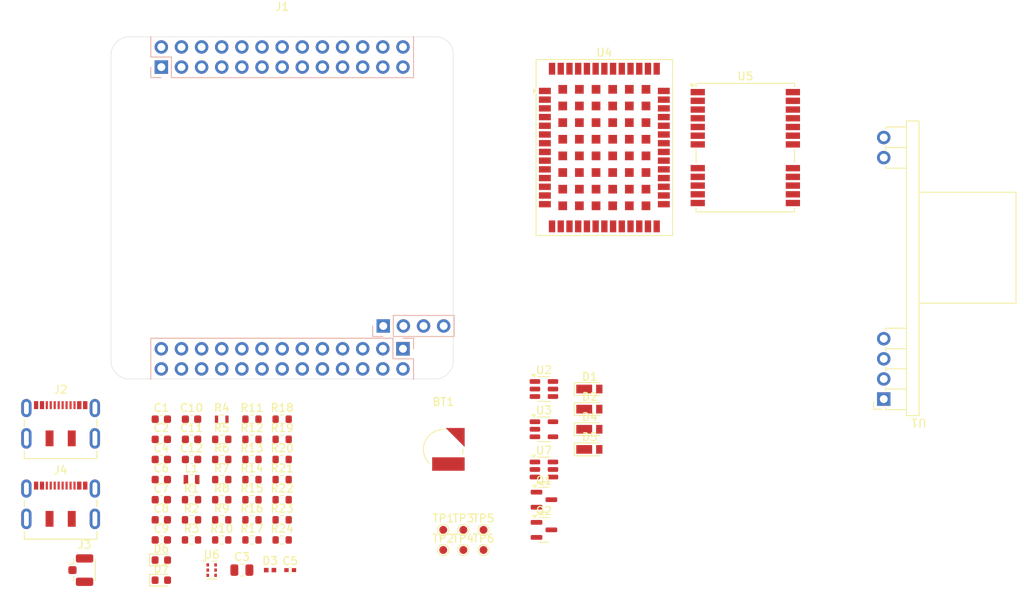
<source format=kicad_pcb>
(kicad_pcb (version 20240108) (generator "pcbnew") (generator_version "8.0")
  (layers (0 "F.Cu" signal) (31 "B.Cu" signal) (34 "B.Paste" user) (35 "F.Paste" user) (36 "B.SilkS" user "B.Silkscreen") (37 "F.SilkS" user "F.Silkscreen") (38 "B.Mask" user) (39 "F.Mask" user) (44 "Edge.Cuts" user))
  (net 0 "")
  (net 1 "+BATT")
  (net 2 "GND")
  (net 3 "/VBUS_F9R")
  (net 4 "Net-(U3-BP)")
  (net 5 "+3.3V")
  (net 6 "VDD")
  (net 7 "Net-(U6-Input)")
  (net 8 "Net-(D3-A2)")
  (net 9 "Net-(C6-Pad1)")
  (net 10 "/VBUS_D9C")
  (net 11 "/V_USB_F9R")
  (net 12 "/V_USB_D9C")
  (net 13 "+5V")
  (net 14 "Net-(D5-K)")
  (net 15 "Net-(D6-A)")
  (net 16 "/RTK")
  (net 17 "Net-(D7-A)")
  (net 22 "/TX_READY_F9R")
  (net 25 "/TP")
  (net 28 "/SCL1")
  (net 29 "Net-(J1C-Pin_56)")
  (net 31 "Net-(J1C-Pin_54)")
  (net 38 "Net-(J1C-Pin_55)")
  (net 41 "/GEO")
  (net 43 "/RXD2_ROCK")
  (net 51 "/SDA1")
  (net 54 "/TXD1_ROCK")
  (net 55 "/TXD0_ROCK")
  (net 59 "Net-(J1C-Pin_53)")
  (net 61 "/RXD1_ROCK")
  (net 62 "/RXD0_ROCK")
  (net 65 "Net-(J2-D--PadA7)")
  (net 66 "Net-(J2-CC2)")
  (net 67 "Net-(J2-D+-PadA6)")
  (net 68 "Net-(J2-CC1)")
  (net 69 "Net-(J4-D--PadA7)")
  (net 70 "Net-(J4-CC2)")
  (net 71 "Net-(J4-D+-PadA6)")
  (net 72 "Net-(J4-CC1)")
  (net 73 "Net-(Q1-G)")
  (net 74 "Net-(Q2-G)")
  (net 75 "+3.3VA")
  (net 76 "/RF_IN_F9R")
  (net 77 "/RF_IN_D9C")
  (net 78 "/D-F9R")
  (net 79 "Net-(U4-USB_DM)")
  (net 80 "/D+F9R")
  (net 81 "Net-(U4-USB_DP)")
  (net 82 "Net-(U4-TXD{slash}SPI_MISO)")
  (net 83 "Net-(U4-TXD2)")
  (net 84 "Net-(U4-SDA{slash}~{SPI_CS})")
  (net 85 "/D-D9C")
  (net 86 "Net-(U5-USB_DM)")
  (net 87 "/D+D9C")
  (net 88 "Net-(U5-USB_DP)")
  (net 89 "Net-(U5-TXD{slash}SPI_MISO)")
  (net 90 "Net-(U4-RXD2)")
  (net 91 "Net-(U5-SDA{slash}~{SPI_CS})")
  (net 92 "Net-(U4-EXTINT)")
  (net 93 "Net-(U4-~{SAFEBOOT})")
  (net 94 "Net-(U4-~{RESET})")
  (net 95 "Net-(U5-EXTINT)")
  (net 96 "Net-(U5-~{SAFEBOOT})")
  (net 97 "Net-(U5-~{RESET})")
  (footprint "Resistor_SMD:R_0603_1608Metric" (layer "F.Cu") (at 150 136.83)
    (property "Reference" "R22" (at 0 -1.43 0) (layer "F.SilkS"))
    (property "Value" "47")
    (pad "1" smd roundrect (at -0.825 0) (size 0.8 0.95) (layers "F.Cu" "F.Paste" "F.Mask") (net 10 "/VBUS_D9C"))
    (pad "2" smd roundrect (at 0.825 0) (size 0.8 0.95) (layers "F.Cu" "F.Paste" "F.Mask") (net 74 "Net-(Q2-G)"))
  )
  (footprint "Capacitor_SMD:C_0603_1608Metric" (layer "F.Cu") (at 134.76 139.37)
    (property "Reference" "C8" (at 0 -1.43 0) (layer "F.SilkS"))
    (property "Value" "2.2u")
    (pad "1" smd roundrect (at -0.775 0) (size 0.9 0.95) (layers "F.Cu" "F.Paste" "F.Mask") (net 1 "+BATT"))
    (pad "2" smd roundrect (at 0.775 0) (size 0.9 0.95) (layers "F.Cu" "F.Paste" "F.Mask") (net 2 "GND"))
  )
  (footprint "RF_GPS:ublox_ZED" (layer "F.Cu") (at 190.64 92.38)
    (property "Reference" "U4" (at 0 -12 0) (layer "F.SilkS"))
    (property "Value" "ZED-F9R")
    (pad "1" smd rect (at -7.5 -7.15) (size 1.5 0.8) (layers "F.Cu" "F.Paste" "F.Mask") (net 2 "GND"))
    (pad "2" smd rect (at -7.5 -6.05) (size 1.5 0.8) (layers "F.Cu" "F.Paste" "F.Mask") (net 76 "/RF_IN_F9R"))
    (pad "3" smd rect (at -7.5 -4.95) (size 1.5 0.8) (layers "F.Cu" "F.Paste" "F.Mask") (net 2 "GND"))
    (pad "4" smd rect (at -7.5 -3.85) (size 1.5 0.8) (layers "F.Cu" "F.Paste" "F.Mask"))
    (pad "5" smd rect (at -7.5 -2.75) (size 1.5 0.8) (layers "F.Cu" "F.Paste" "F.Mask"))
    (pad "6" smd rect (at -7.5 -1.65) (size 1.5 0.8) (layers "F.Cu" "F.Paste" "F.Mask"))
    (pad "7" smd rect (at -7.5 -0.55) (size 1.5 0.8) (layers "F.Cu" "F.Paste" "F.Mask") (net 75 "+3.3VA"))
    (pad "8" smd rect (at -7.5 0.55) (size 1.5 0.8) (layers "F.Cu" "F.Paste" "F.Mask"))
    (pad "9" smd rect (at -7.5 1.65) (size 1.5 0.8) (layers "F.Cu" "F.Paste" "F.Mask"))
    (pad "10" smd rect (at -7.5 2.75) (size 1.5 0.8) (layers "F.Cu" "F.Paste" "F.Mask"))
    (pad "11" smd rect (at -7.5 3.85) (size 1.5 0.8) (layers "F.Cu" "F.Paste" "F.Mask"))
    (pad "12" smd rect (at -7.5 4.95) (size 1.5 0.8) (layers "F.Cu" "F.Paste" "F.Mask") (net 2 "GND"))
    (pad "13" smd rect (at -7.5 6.05) (size 1.5 0.8) (layers "F.Cu" "F.Paste" "F.Mask"))
    (pad "14" smd rect (at -7.5 7.15) (size 1.5 0.8) (layers "F.Cu" "F.Paste" "F.Mask") (net 2 "GND"))
    (pad "15" smd rect (at -6.6 9.95 90) (size 1.5 0.8) (layers "F.Cu" "F.Paste" "F.Mask"))
    (pad "16" smd rect (at -5.5 9.95 90) (size 1.5 0.8) (layers "F.Cu" "F.Paste" "F.Mask"))
    (pad "17" smd rect (at -4.4 9.95 90) (size 1.5 0.8) (layers "F.Cu" "F.Paste" "F.Mask"))
    (pad "18" smd rect (at -3.3 9.95 270) (size 1.5 0.8) (layers "F.Cu" "F.Paste" "F.Mask"))
    (pad "19" smd rect (at -2.2 9.95 90) (size 1.5 0.8) (layers "F.Cu" "F.Paste" "F.Mask") (net 41 "/GEO"))
    (pad "20" smd rect (at -1.1 9.95 90) (size 1.5 0.8) (layers "F.Cu" "F.Paste" "F.Mask") (net 16 "/RTK"))
    (pad "21" smd rect (at 0 9.95 90) (size 1.5 0.8) (layers "F.Cu" "F.Paste" "F.Mask"))
    (pad "22" smd rect (at 1.1 9.95 90) (size 1.5 0.8) (layers "F.Cu" "F.Paste" "F.Mask"))
    (pad "23" smd rect (at 2.2 9.95 90) (size 1.5 0.8) (layers "F.Cu" "F.Paste" "F.Mask"))
    (pad "24" smd rect (at 3.3 9.95 90) (size 1.5 0.8) (layers "F.Cu" "F.Paste" "F.Mask"))
    (pad "25" smd rect (at 4.4 9.95 90) (size 1.5 0.8) (layers "F.Cu" "F.Paste" "F.Mask"))
    (pad "26" smd rect (at 5.5 9.95 90) (size 1.5 0.8) (layers "F.Cu" "F.Paste" "F.Mask") (net 90 "Net-(U4-RXD2)"))
    (pad "27" smd rect (at 6.6 9.95 90) (size 1.5 0.8) (layers "F.Cu" "F.Paste" "F.Mask") (net 83 "Net-(U4-TXD2)"))
    (pad "28" smd rect (at 7.5 7.15) (size 1.5 0.8) (layers "F.Cu" "F.Paste" "F.Mask"))
    (pad "29" smd rect (at 7.5 6.05) (size 1.5 0.8) (layers "F.Cu" "F.Paste" "F.Mask"))
    (pad "30" smd rect (at 7.5 4.95) (size 1.5 0.8) (layers "F.Cu" "F.Paste" "F.Mask"))
    (pad "31" smd rect (at 7.5 3.85) (size 1.5 0.8) (layers "F.Cu" "F.Paste" "F.Mask"))
    (pad "32" smd rect (at 7.5 2.75) (size 1.5 0.8) (layers "F.Cu" "F.Paste" "F.Mask") (net 2 "GND"))
    (pad "33" smd rect (at 7.5 1.65) (size 1.5 0.8) (layers "F.Cu" "F.Paste" "F.Mask") (net 5 "+3.3V"))
    (pad "34" smd rect (at 7.5 0.55) (size 1.5 0.8) (layers "F.Cu" "F.Paste" "F.Mask") (net 5 "+3.3V"))
    (pad "35" smd rect (at 7.5 -0.55) (size 1.5 0.8) (layers "F.Cu" "F.Paste" "F.Mask"))
    (pad "36" smd rect (at 7.5 -1.65) (size 1.5 0.8) (layers "F.Cu" "F.Paste" "F.Mask") (net 1 "+BATT"))
    (pad "37" smd rect (at 7.5 -2.75) (size 1.5 0.8) (layers "F.Cu" "F.Paste" "F.Mask") (net 2 "GND"))
    (pad "38" smd rect (at 7.5 -3.85) (size 1.5 0.8) (layers "F.Cu" "F.Paste" "F.Mask") (net 11 "/V_USB_F9R"))
    (pad "39" smd rect (at 7.5 -4.95) (size 1.5 0.8) (layers "F.Cu" "F.Paste" "F.Mask") (net 79 "Net-(U4-USB_DM)"))
    (pad "40" smd rect (at 7.5 -6.05) (size 1.5 0.8) (layers "F.Cu" "F.Paste" "F.Mask") (net 81 "Net-(U4-USB_DP)"))
    (pad "41" smd rect (at 7.5 -7.15) (size 1.5 0.8) (layers "F.Cu" "F.Paste" "F.Mask") (net 2 "GND"))
    (pad "42" smd rect (at 6.6 -9.95 90) (size 1.5 0.8) (layers "F.Cu" "F.Paste" "F.Mask") (net 82 "Net-(U4-TXD{slash}SPI_MISO)"))
    (pad "43" smd rect (at 5.5 -9.95 90) (size 1.5 0.8) (layers "F.Cu" "F.Paste" "F.Mask") (net 54 "/TXD1_ROCK"))
    (pad "44" smd rect (at 4.4 -9.95 90) (size 1.5 0.8) (layers "F.Cu" "F.Paste" "F.Mask") (net 84 "Net-(U4-SDA{slash}~{SPI_CS})"))
    (pad "45" smd rect (at 3.3 -9.95 90) (size 1.5 0.8) (layers "F.Cu" "F.Paste" "F.Mask") (net 28 "/SCL1"))
    (pad "46" smd rect (at 2.2 -9.95 90) (size 1.5 0.8) (layers "F.Cu" "F.Paste" "F.Mask") (net 22 "/TX_READY_F9R"))
    (pad "47" smd rect (at 1.1 -9.95 90) (size 1.5 0.8) (layers "F.Cu" "F.Paste" "F.Mask"))
    (pad "48" smd rect (at 0 -9.95 90) (size 1.5 0.8) (layers "F.Cu" "F.Paste" "F.Mask") (net 2 "GND"))
    (pad "49" smd rect (at -1.1 -9.95 90) (size 1.5 0.8) (layers "F.Cu" "F.Paste" "F.Mask") (net 94 "Net-(U4-~{RESET})"))
    (pad "50" smd rect (at -2.2 -9.95 90) (size 1.5 0.8) (layers "F.Cu" "F.Paste" "F.Mask") (net 93 "Net-(U4-~{SAFEBOOT})"))
    (pad "51" smd rect (at -3.3 -9.95 90) (size 1.5 0.8) (layers "F.Cu" "F.Paste" "F.Mask") (net 92 "Net-(U4-EXTINT)"))
    (pad "52" smd rect (at -4.4 -9.95 90) (size 1.5 0.8) (layers "F.Cu" "F.Paste" "F.Mask"))
    (pad "53" smd rect (at -5.5 -9.95 90) (size 1.5 0.8) (layers "F.Cu" "F.Paste" "F.Mask") (net 25 "/TP"))
    (pad "54" smd rect (at -6.6 -9.95 90) (size 1.5 0.8) (layers "F.Cu" "F.Paste" "F.Mask"))
    (pad "55" smd rect (at -5.25 -7.35) (size 1.1 1.1) (layers "F.Cu" "F.Paste" "F.Mask") (net 2 "GND"))
    (pad "55" smd rect (at -5.25 -5.25) (size 1.1 1.1) (layers "F.Cu" "F.Paste" "F.Mask") (net 2 "GND"))
    (pad "55" smd rect (at -5.25 -3.15) (size 1.1 1.1) (layers "F.Cu" "F.Paste" "F.Mask") (net 2 "GND"))
    (pad "55" smd rect (at -5.25 -1.05) (size 1.1 1.1) (layers "F.Cu" "F.Paste" "F.Mask") (net 2 "GND"))
    (pad "55" smd rect (at -5.25 1.05) (size 1.1 1.1) (layers "F.Cu" "F.Paste" "F.Mask") (net 2 "GND"))
    (pad "55" smd rect (at -5.25 3.15) (size 1.1 1.1) (layers "F.Cu" "F.Paste" "F.Mask") (net 2 "GND"))
    (pad "55" smd rect (at -5.25 5.25) (size 1.1 1.1) (layers "F.Cu" "F.Paste" "F.Mask") (net 2 "GND"))
    (pad "55" smd rect (at -5.25 7.35) (size 1.1 1.1) (layers "F.Cu" "F.Paste" "F.Mask") (net 2 "GND"))
    (pad "55" smd rect (at -3.15 -7.35) (size 1.1 1.1) (layers "F.Cu" "F.Paste" "F.Mask") (net 2 "GND"))
    (pad "55" smd rect (at -3.15 -5.25) (size 1.1 1.1) (layers "F.Cu" "F.Paste" "F.Mask") (net 2 "GND"))
    (pad "55" smd rect (at -3.15 -3.15) (size 1.1 1.1) (layers "F.Cu" "F.Paste" "F.Mask") (net 2 "GND"))
    (pad "55" smd rect (at -3.15 -1.05) (size 1.1 1.1) (layers "F.Cu" "F.Paste" "F.Mask") (net 2 "GND"))
    (pad "55" smd rect (at -3.15 1.05) (size 1.1 1.1) (layers "F.Cu" "F.Paste" "F.Mask") (net 2 "GND"))
    (pad "55" smd rect (at -3.15 3.15) (size 1.1 1.1) (layers "F.Cu" "F.Paste" "F.Mask") (net 2 "GND"))
    (pad "55" smd rect (at -3.15 5.25) (size 1.1 1.1) (layers "F.Cu" "F.Paste" "F.Mask") (net 2 "GND"))
    (pad "55" smd rect (at -3.15 7.35) (size 1.1 1.1) (layers "F.Cu" "F.Paste" "F.Mask") (net 2 "GND"))
    (pad "55" smd rect (at -1.05 -7.35) (size 1.1 1.1) (layers "F.Cu" "F.Paste" "F.Mask") (net 2 "GND"))
    (pad "55" smd rect (at -1.05 -5.25) (size 1.1 1.1) (layers "F.Cu" "F.Paste" "F.Mask") (net 2 "GND"))
    (pad "55" smd rect (at -1.05 -3.15) (size 1.1 1.1) (layers "F.Cu" "F.Paste" "F.Mask") (net 2 "GND"))
    (pad "55" smd rect (at -1.05 -1.05) (size 1.1 1.1) (layers "F.Cu" "F.Paste" "F.Mask") (net 2 "GND"))
    (pad "55" smd rect (at -1.05 1.05) (size 1.1 1.1) (layers "F.Cu" "F.Paste" "F.Mask") (net 2 "GND"))
    (pad "55" smd rect (at -1.05 3.15) (size 1.1 1.1) (layers "F.Cu" "F.Paste" "F.Mask") (net 2 "GND"))
    (pad "55" smd rect (at -1.05 5.25) (size 1.1 1.1) (layers "F.Cu" "F.Paste" "F.Mask") (net 2 "GND"))
    (pad "55" smd rect (at -1.05 7.35) (size 1.1 1.1) (layers "F.Cu" "F.Paste" "F.Mask") (net 2 "GND"))
    (pad "55" smd rect (at 1.05 -7.35) (size 1.1 1.1) (layers "F.Cu" "F.Paste" "F.Mask") (net 2 "GND"))
    (pad "55" smd rect (at 1.05 -5.25) (size 1.1 1.1) (layers "F.Cu" "F.Paste" "F.Mask") (net 2 "GND"))
    (pad "55" smd rect (at 1.05 -3.15) (size 1.1 1.1) (layers "F.Cu" "F.Paste" "F.Mask") (net 2 "GND"))
    (pad "55" smd rect (at 1.05 -1.05) (size 1.1 1.1) (layers "F.Cu" "F.Paste" "F.Mask") (net 2 "GND"))
    (pad "55" smd rect (at 1.05 1.05) (size 1.1 1.1) (layers "F.Cu" "F.Paste" "F.Mask") (net 2 "GND"))
    (pad "55" smd rect (at 1.05 3.15) (size 1.1 1.1) (layers "F.Cu" "F.Paste" "F.Mask") (net 2 "GND"))
    (pad "55" smd rect (at 1.05 5.25) (size 1.1 1.1) (layers "F.Cu" "F.Paste" "F.Mask") (net 2 "GND"))
    (pad "55" smd rect (at 1.05 7.35) (size 1.1 1.1) (layers "F.Cu" "F.Paste" "F.Mask") (net 2 "GND"))
    (pad "55" smd rect (at 3.15 -7.35) (size 1.1 1.1) (layers "F.Cu" "F.Paste" "F.Mask") (net 2 "GND"))
    (pad "55" smd rect (at 3.15 -5.25) (size 1.1 1.1) (layers "F.Cu" "F.Paste" "F.Mask") (net 2 "GND"))
    (pad "55" smd rect (at 3.15 -3.15) (size 1.1 1.1) (layers "F.Cu" "F.Paste" "F.Mask") (net 2 "GND"))
    (pad "55" smd rect (at 3.15 -1.05) (size 1.1 1.1) (layers "F.Cu" "F.Paste" "F.Mask") (net 2 "GND"))
    (pad "55" smd rect (at 3.15 1.05) (size 1.1 1.1) (layers "F.Cu" "F.Paste" "F.Mask") (net 2 "GND"))
    (pad "55" smd rect (at 3.15 3.15) (size 1.1 1.1) (layers "F.Cu" "F.Paste" "F.Mask") (net 2 "GND"))
    (pad "55" smd rect (at 3.15 5.25) (size 1.1 1.1) (layers "F.Cu" "F.Paste" "F.Mask") (net 2 "GND"))
    (pad "55" smd rect (at 3.15 7.35) (size 1.1 1.1) (layers "F.Cu" "F.Paste" "F.Mask") (net 2 "GND"))
    (pad "55" smd rect (at 5.25 -7.35) (size 1.1 1.1) (layers "F.Cu" "F.Paste" "F.Mask") (net 2 "GND"))
    (pad "55" smd rect (at 5.25 -5.25) (size 1.1 1.1) (layers "F.Cu" "F.Paste" "F.Mask") (net 2 "GND"))
    (pad "55" smd rect (at 5.25 -3.15) (size 1.1 1.1) (layers "F.Cu" "F.Paste" "F.Mask") (net 2 "GND"))
    (pad "55" smd rect (at 5.25 -1.05) (size 1.1 1.1) (layers "F.Cu" "F.Paste" "F.Mask") (net 2 "GND"))
    (pad "55" smd rect (at 5.25 1.05) (size 1.1 1.1) (layers "F.Cu" "F.Paste" "F.Mask") (net 2 "GND"))
    (pad "55" smd rect (at 5.25 3.15) (size 1.1 1.1) (layers "F.Cu" "F.Paste" "F.Mask") (net 2 "GND"))
    (pad "55" smd rect (at 5.25 5.25) (size 1.1 1.1) (layers "F.Cu" "F.Paste" "F.Mask") (net 2 "GND"))
    (pad "55" smd rect (at 5.25 7.35) (size 1.1 1.1) (layers "F.Cu" "F.Paste" "F.Mask") (net 2 "GND"))
  )
  (footprint "TestPoint:TestPoint_Pad_D1.0mm" (layer "F.Cu") (at 170.32 143.18)
    (property "Reference" "TP2" (at 0 -1.448 0) (layer "F.SilkS"))
    (property "Value" "~{SAFEBOOT_F9R}")
    (pad "1" smd circle (at 0 0) (size 1 1) (layers "F.Cu" "F.Mask") (net 93 "Net-(U4-~{SAFEBOOT})"))
  )
  (footprint "Resistor_SMD:R_0603_1608Metric" (layer "F.Cu") (at 150 141.91)
    (property "Reference" "R24" (at 0 -1.43 0) (layer "F.SilkS"))
    (property "Value" "100k")
    (pad "1" smd roundrect (at -0.825 0) (size 0.8 0.95) (layers "F.Cu" "F.Paste" "F.Mask") (net 12 "/V_USB_D9C"))
    (pad "2" smd roundrect (at 0.825 0) (size 0.8 0.95) (layers "F.Cu" "F.Paste" "F.Mask") (net 2 "GND"))
  )
  (footprint "Capacitor_SMD_extlib:C_Murata_xxx15_0402_1005Metric_1.0x0.5mm" (layer "F.Cu") (at 151.016 145.72)
    (property "Reference" "C5" (at 0 -1.16 0) (layer "F.SilkS"))
    (property "Value" "GJM1555C1H470FB01D")
    (pad "1" smd rect (at -0.475 0) (size 0.55 0.5) (layers "F.Cu" "F.Paste" "F.Mask") (net 8 "Net-(D3-A2)"))
    (pad "2" smd rect (at 0.475 0) (size 0.55 0.5) (layers "F.Cu" "F.Paste" "F.Mask") (net 7 "Net-(U6-Input)"))
  )
  (footprint "Inductor_SMD_extlib:L_Murata_LQW18ANxxxx80x_0603_1608Metric_1.65x0.99mm" (layer "F.Cu") (at 138.57 134.29)
    (property "Reference" "L1" (at 0 -1.43 0) (layer "F.SilkS"))
    (property "Value" "LQW18ANR12G80D")
    (pad "1" smd rect (at -0.715 0) (size 0.57 1.15) (layers "F.Cu" "F.Paste" "F.Mask") (net 9 "Net-(C6-Pad1)"))
    (pad "2" smd rect (at 0.715 0) (size 0.57 1.15) (layers "F.Cu" "F.Paste" "F.Mask") (net 8 "Net-(D3-A2)"))
  )
  (footprint "Capacitor_SMD:C_0603_1608Metric" (layer "F.Cu") (at 134.76 134.29)
    (property "Reference" "C6" (at 0 -1.43 0) (layer "F.SilkS"))
    (property "Value" "0.1u")
    (pad "1" smd roundrect (at -0.775 0) (size 0.9 0.95) (layers "F.Cu" "F.Paste" "F.Mask") (net 9 "Net-(C6-Pad1)"))
    (pad "2" smd roundrect (at 0.775 0) (size 0.9 0.95) (layers "F.Cu" "F.Paste" "F.Mask") (net 2 "GND"))
  )
  (footprint "Resistor_SMD:R_0603_1608Metric" (layer "F.Cu") (at 150 134.29)
    (property "Reference" "R21" (at 0 -1.43 0) (layer "F.SilkS"))
    (property "Value" "47")
    (pad "1" smd roundrect (at -0.825 0) (size 0.8 0.95) (layers "F.Cu" "F.Paste" "F.Mask") (net 3 "/VBUS_F9R"))
    (pad "2" smd roundrect (at 0.825 0) (size 0.8 0.95) (layers "F.Cu" "F.Paste" "F.Mask") (net 73 "Net-(Q1-G)"))
  )
  (footprint "RF_Converter_extlib:Xinger_0805_2012Metric-6_Pad0.33x0.41mm" (layer "F.Cu") (at 141.11 145.72)
    (property "Reference" "U6" (at 0 -1.95 0) (layer "F.SilkS"))
    (property "Value" "PD0922J5050S2HF")
    (pad "1" smd rect (at -0.495 -0.66 270) (size 0.41 0.33) (layers "F.Cu" "F.Paste" "F.Mask") (net 2 "GND"))
    (pad "2" smd rect (at -0.495 0 270) (size 0.41 0.33) (layers "F.Cu" "F.Paste" "F.Mask") (net 7 "Net-(U6-Input)"))
    (pad "3" smd rect (at -0.495 0.66 270) (size 0.41 0.33) (layers "F.Cu" "F.Paste" "F.Mask") (net 2 "GND"))
    (pad "4" smd rect (at 0.495 0.66 270) (size 0.41 0.33) (layers "F.Cu" "F.Paste" "F.Mask") (net 76 "/RF_IN_F9R"))
    (pad "5" smd rect (at 0.495 0 270) (size 0.41 0.33) (layers "F.Cu" "F.Paste" "F.Mask") (net 2 "GND"))
    (pad "6" smd rect (at 0.495 -0.66 270) (size 0.41 0.33) (layers "F.Cu" "F.Paste" "F.Mask") (net 77 "/RF_IN_D9C"))
  )
  (footprint "LED_SMD:LED_0603_1608Metric" (layer "F.Cu") (at 134.76 146.99)
    (property "Reference" "D7" (at 0 -1.43 0) (layer "F.SilkS"))
    (property "Value" "RTK")
    (pad "1" smd roundrect (at -0.7875 0) (size 0.875 0.95) (layers "F.Cu" "F.Paste" "F.Mask") (net 16 "/RTK"))
    (pad "2" smd roundrect (at 0.7875 0) (size 0.875 0.95) (layers "F.Cu" "F.Paste" "F.Mask") (net 17 "Net-(D7-A)"))
  )
  (footprint "Resistor_SMD:R_0603_1608Metric" (layer "F.Cu") (at 146.19 139.37)
    (property "Reference" "R16" (at 0 -1.43 0) (layer "F.SilkS"))
    (property "Value" "1k")
    (pad "1" smd roundrect (at -0.825 0) (size 0.8 0.95) (layers "F.Cu" "F.Paste" "F.Mask") (net 25 "/TP"))
    (pad "2" smd roundrect (at 0.825 0) (size 0.8 0.95) (layers "F.Cu" "F.Paste" "F.Mask") (net 15 "Net-(D6-A)"))
  )
  (footprint "Resistor_SMD:R_0603_1608Metric" (layer "F.Cu") (at 146.19 129.21)
    (property "Reference" "R12" (at 0 -1.43 0) (layer "F.SilkS"))
    (property "Value" "33")
    (pad "1" smd roundrect (at -0.825 0) (size 0.8 0.95) (layers "F.Cu" "F.Paste" "F.Mask") (net 85 "/D-D9C"))
    (pad "2" smd roundrect (at 0.825 0) (size 0.8 0.95) (layers "F.Cu" "F.Paste" "F.Mask") (net 86 "Net-(U5-USB_DM)"))
  )
  (footprint "Capacitor_SMD:C_0603_1608Metric" (layer "F.Cu") (at 138.57 126.67)
    (property "Reference" "C10" (at 0 -1.43 0) (layer "F.SilkS"))
    (property "Value" "1u")
    (pad "1" smd roundrect (at -0.775 0) (size 0.9 0.95) (layers "F.Cu" "F.Paste" "F.Mask") (net 5 "+3.3V"))
    (pad "2" smd roundrect (at 0.775 0) (size 0.9 0.95) (layers "F.Cu" "F.Paste" "F.Mask") (net 2 "GND"))
  )
  (footprint "Resistor_SMD:R_0603_1608Metric" (layer "F.Cu") (at 146.19 131.75)
    (property "Reference" "R13" (at 0 -1.43 0) (layer "F.SilkS"))
    (property "Value" "33")
    (pad "1" smd roundrect (at -0.825 0) (size 0.8 0.95) (layers "F.Cu" "F.Paste" "F.Mask") (net 87 "/D+D9C"))
    (pad "2" smd roundrect (at 0.825 0) (size 0.8 0.95) (layers "F.Cu" "F.Paste" "F.Mask") (net 88 "Net-(U5-USB_DP)"))
  )
  (footprint "Battery_extlib:Battery_Seiko_MS421R" (layer "F.Cu") (at 170.32 130.48)
    (property "Reference" "BT1" (at 0 -6 0) (layer "F.SilkS"))
    (property "Value" "MS421R")
    (pad "1" smd custom (at 2 -2) (size 1.3 1.3) (layers "F.Cu" "F.Paste" "F.Mask") (net 1 "+BATT") (options (clearance outline) (anchor circle)) (primitives (gr_poly (pts (xy 0.7 1.7) (xy 0.7 -0.7) (xy -1.7 -0.7)) (width 0) (fill yes))))
    (pad "2" smd rect (at 0.65 1.85) (size 4.1 1.7) (layers "F.Cu" "F.Paste" "F.Mask") (net 2 "GND"))
  )
  (footprint "Resistor_SMD_extlib:R_Vishay_FC0603xxxxxxTxx_0603_1608Metric_1.626x0.813mm" (layer "F.Cu") (at 142.38 126.67)
    (property "Reference" "R4" (at 0 -1.43 0) (layer "F.SilkS"))
    (property "Value" "FC0603E1000BTBT1")
    (pad "1" smd rect (at -0.66 0) (size 0.41 0.917) (layers "F.Cu" "F.Paste" "F.Mask") (net 76 "/RF_IN_F9R"))
    (pad "2" smd rect (at 0.66 0) (size 0.41 0.917) (layers "F.Cu" "F.Paste" "F.Mask") (net 77 "/RF_IN_D9C"))
  )
  (footprint "TestPoint:TestPoint_Pad_D1.0mm" (layer "F.Cu") (at 172.86 140.64)
    (property "Reference" "TP3" (at 0 -1.448 0) (layer "F.SilkS"))
    (property "Value" "~{RESET_F9R}")
    (pad "1" smd circle (at 0 0) (size 1 1) (layers "F.Cu" "F.Mask") (net 94 "Net-(U4-~{RESET})"))
  )
  (footprint "Resistor_SMD:R_0603_1608Metric" (layer "F.Cu") (at 150 126.67)
    (property "Reference" "R18" (at 0 -1.43 0) (layer "F.SilkS"))
    (property "Value" "3.3k")
    (pad "1" smd roundrect (at -0.825 0) (size 0.8 0.95) (layers "F.Cu" "F.Paste" "F.Mask") (net 14 "Net-(D5-K)"))
    (pad "2" smd roundrect (at 0.825 0) (size 0.8 0.95) (layers "F.Cu" "F.Paste" "F.Mask") (net 1 "+BATT"))
  )
  (footprint "Resistor_SMD:R_0603_1608Metric" (layer "F.Cu") (at 142.38 129.21)
    (property "Reference" "R5" (at 0 -1.43 0) (layer "F.SilkS"))
    (property "Value" "5.1k")
    (pad "1" smd roundrect (at -0.825 0) (size 0.8 0.95) (layers "F.Cu" "F.Paste" "F.Mask") (net 72 "Net-(J4-CC1)"))
    (pad "2" smd roundrect (at 0.825 0) (size 0.8 0.95) (layers "F.Cu" "F.Paste" "F.Mask") (net 2 "GND"))
  )
  (footprint "Connector_USB:USB_C_Receptacle_JAE_DX07S016JA1R1500" (layer "F.Cu") (at 122.06 127.94)
    (property "Reference" "J2" (at 0 -5 0) (layer "F.SilkS"))
    (property "Value" "DX07S016JA1R1500")
    (pad "" np_thru_hole circle (at -3 -1.95) (size 0.6 0.6) (drill 0.6) (layers "F&B.Cu" "*.Mask"))
    (pad "" smd rect (at -1.4 1.15) (size 1 2) (layers "F.Cu" "F.Paste" "F.Mask"))
    (pad "" smd rect (at 1.4 1.15) (size 1 2) (layers "F.Cu" "F.Paste" "F.Mask"))
    (pad "" np_thru_hole oval (at 3 -1.95) (size 0.85 0.6) (drill oval 0.85 0.6) (layers "F&B.Cu" "*.Mask"))
    (pad "A1" smd rect (at -3.1 -3.05) (size 0.52 1) (layers "F.Cu" "F.Paste" "F.Mask") (net 2 "GND"))
    (pad "A4" smd rect (at -2.35 -3.05) (size 0.52 1) (layers "F.Cu" "F.Paste" "F.Mask") (net 3 "/VBUS_F9R"))
    (pad "A5" smd rect (at -1.75 -3.05) (size 0.27 1) (layers "F.Cu" "F.Paste" "F.Mask") (net 68 "Net-(J2-CC1)"))
    (pad "A6" smd rect (at -0.25 -3.05) (size 0.27 1) (layers "F.Cu" "F.Paste" "F.Mask") (net 67 "Net-(J2-D+-PadA6)"))
    (pad "A7" smd rect (at 0.75 -3.05) (size 0.27 1) (layers "F.Cu" "F.Paste" "F.Mask") (net 65 "Net-(J2-D--PadA7)"))
    (pad "A8" smd rect (at 1.75 -3.05) (size 0.27 1) (layers "F.Cu" "F.Paste" "F.Mask"))
    (pad "A9" smd rect (at 2.35 -3.05) (size 0.52 1) (layers "F.Cu" "F.Paste" "F.Mask") (net 3 "/VBUS_F9R"))
    (pad "A12" smd rect (at 3.1 -3.05) (size 0.52 1) (layers "F.Cu" "F.Paste" "F.Mask") (net 2 "GND"))
    (pad "B1" smd rect (at 3.1 -3.05) (size 0.52 1) (layers "F.Cu" "F.Paste" "F.Mask") (net 2 "GND"))
    (pad "B4" smd rect (at 2.35 -3.05) (size 0.52 1) (layers "F.Cu" "F.Paste" "F.Mask") (net 3 "/VBUS_F9R"))
    (pad "B5" smd rect (at 1.25 -3.05) (size 0.27 1) (layers "F.Cu" "F.Paste" "F.Mask") (net 66 "Net-(J2-CC2)"))
    (pad "B6" smd rect (at 0.25 -3.05) (size 0.27 1) (layers "F.Cu" "F.Paste" "F.Mask") (net 67 "Net-(J2-D+-PadA6)"))
    (pad "B7" smd rect (at -0.75 -3.05) (size 0.27 1) (layers "F.Cu" "F.Paste" "F.Mask") (net 65 "Net-(J2-D--PadA7)"))
    (pad "B8" smd rect (at -1.25 -3.05) (size 0.27 1) (layers "F.Cu" "F.Paste" "F.Mask"))
    (pad "B9" smd rect (at -2.35 -3.05) (size 0.52 1) (layers "F.Cu" "F.Paste" "F.Mask") (net 3 "/VBUS_F9R"))
    (pad "B12" smd rect (at -3.1 -3.05) (size 0.52 1) (layers "F.Cu" "F.Paste" "F.Mask") (net 2 "GND"))
    (pad "S1" thru_hole oval (at -4.32 -2.675) (size 1.3 2.3) (drill oval 0.6 1.6) (property pad_prop_heatsink) (layers "*.Cu" "*.Mask") (net 2 "GND"))
    (pad "S1" thru_hole oval (at -4.32 1.15) (size 1.3 2.6) (drill oval 0.6 1.9) (property pad_prop_heatsink) (layers "*.Cu" "*.Mask") (net 2 "GND"))
    (pad "S1" thru_hole oval (at 4.32 -2.675) (size 1.3 2.3) (drill oval 0.6 1.6) (property pad_prop_heatsink) (layers "*.Cu" "*.Mask") (net 2 "GND"))
    (pad "S1" thru_hole oval (at 4.32 1.15) (size 1.3 2.6) (drill oval 0.6 1.9) (property pad_prop_heatsink) (layers "*.Cu" "*.Mask") (net 2 "GND"))
  )
  (footprint "Package_TO_SOT_SMD:SOT-23" (layer "F.Cu") (at 183.02 136.83)
    (property "Reference" "Q1" (at 0 -2.4 0) (layer "F.SilkS"))
    (property "Value" "AO3400A")
    (pad "1" smd roundrect (at -0.9375 -0.95) (size 1.475 0.6) (layers "F.Cu" "F.Paste" "F.Mask") (net 73 "Net-(Q1-G)"))
    (pad "2" smd roundrect (at -0.9375 0.95) (size 1.475 0.6) (layers "F.Cu" "F.Paste" "F.Mask") (net 11 "/V_USB_F9R"))
    (pad "3" smd roundrect (at 0.9375 0) (size 1.475 0.6) (layers "F.Cu" "F.Paste" "F.Mask") (net 5 "+3.3V"))
  )
  (footprint "LED_SMD:LED_0603_1608Metric" (layer "F.Cu") (at 134.76 144.45)
    (property "Reference" "D6" (at 0 -1.43 0) (layer "F.SilkS"))
    (property "Value" "PULSE")
    (pad "1" smd roundrect (at -0.7875 0) (size 0.875 0.95) (layers "F.Cu" "F.Paste" "F.Mask") (net 2 "GND"))
    (pad "2" smd roundrect (at 0.7875 0) (size 0.875 0.95) (layers "F.Cu" "F.Paste" "F.Mask") (net 15 "Net-(D6-A)"))
  )
  (footprint "Resistor_SMD:R_0603_1608Metric" (layer "F.Cu") (at 138.57 136.83)
    (property "Reference" "R1" (at 0 -1.43 0) (layer "F.SilkS"))
    (property "Value" "5.1k")
    (pad "1" smd roundrect (at -0.825 0) (size 0.8 0.95) (layers "F.Cu" "F.Paste" "F.Mask") (net 68 "Net-(J2-CC1)"))
    (pad "2" smd roundrect (at 0.825 0) (size 0.8 0.95) (layers "F.Cu" "F.Paste" "F.Mask") (net 2 "GND"))
  )
  (footprint "Package_TO_SOT_SMD:SOT-23-6" (layer "F.Cu") (at 183.02 133.02)
    (property "Reference" "U7" (at 0 -2.4 0) (layer "F.SilkS"))
    (property "Value" "USBLC6-2SC6")
    (pad "1" smd roundrect (at -1.1375 -0.95) (size 1.325 0.6) (layers "F.Cu" "F.Paste" "F.Mask") (net 69 "Net-(J4-D--PadA7)"))
    (pad "2" smd roundrect (at -1.1375 0) (size 1.325 0.6) (layers "F.Cu" "F.Paste" "F.Mask") (net 2 "GND"))
    (pad "3" smd roundrect (at -1.1375 0.95) (size 1.325 0.6) (layers "F.Cu" "F.Paste" "F.Mask") (net 71 "Net-(J4-D+-PadA6)"))
    (pad "4" smd roundrect (at 1.1375 0.95) (size 1.325 0.6) (layers "F.Cu" "F.Paste" "F.Mask") (net 87 "/D+D9C"))
    (pad "5" smd roundrect (at 1.1375 0) (size 1.325 0.6) (layers "F.Cu" "F.Paste" "F.Mask") (net 10 "/VBUS_D9C"))
    (pad "6" smd roundrect (at 1.1375 -0.95) (size 1.325 0.6) (layers "F.Cu" "F.Paste" "F.Mask") (net 85 "/D-D9C"))
  )
  (footprint "Resistor_SMD:R_0603_1608Metric" (layer "F.Cu") (at 138.57 139.37)
    (property "Reference" "R2" (at 0 -1.43 0) (layer "F.SilkS"))
    (property "Value" "5.1k")
    (pad "1" smd roundrect (at -0.825 0) (size 0.8 0.95) (layers "F.Cu" "F.Paste" "F.Mask") (net 66 "Net-(J2-CC2)"))
    (pad "2" smd roundrect (at 0.825 0) (size 0.8 0.95) (layers "F.Cu" "F.Paste" "F.Mask") (net 2 "GND"))
  )
  (footprint "Resistor_SMD:R_0603_1608Metric" (layer "F.Cu") (at 146.19 141.91)
    (property "Reference" "R17" (at 0 -1.43 0) (layer "F.SilkS"))
    (property "Value" "1k")
    (pad "1" smd roundrect (at -0.825 0) (size 0.8 0.95) (layers "F.Cu" "F.Paste" "F.Mask") (net 5 "+3.3V"))
    (pad "2" smd roundrect (at 0.825 0) (size 0.8 0.95) (layers "F.Cu" "F.Paste" "F.Mask") (net 17 "Net-(D7-A)"))
  )
  (footprint "Package_TO_SOT_SMD:SOT-23" (layer "F.Cu") (at 183.02 140.64)
    (property "Reference" "Q2" (at 0 -2.4 0) (layer "F.SilkS"))
    (property "Value" "AO3400A")
    (pad "1" smd roundrect (at -0.9375 -0.95) (size 1.475 0.6) (layers "F.Cu" "F.Paste" "F.Mask") (net 74 "Net-(Q2-G)"))
    (pad "2" smd roundrect (at -0.9375 0.95) (size 1.475 0.6) (layers "F.Cu" "F.Paste" "F.Mask") (net 12 "/V_USB_D9C"))
    (pad "3" smd roundrect (at 0.9375 0) (size 1.475 0.6) (layers "F.Cu" "F.Paste" "F.Mask") (net 5 "+3.3V"))
  )
  (footprint "Resistor_SMD:R_0603_1608Metric" (layer "F.Cu") (at 142.38 131.75)
    (property "Reference" "R6" (at 0 -1.43 0) (layer "F.SilkS"))
    (property "Value" "5.1k")
    (pad "1" smd roundrect (at -0.825 0) (size 0.8 0.95) (layers "F.Cu" "F.Paste" "F.Mask") (net 70 "Net-(J4-CC2)"))
    (pad "2" smd roundrect (at 0.825 0) (size 0.8 0.95) (layers "F.Cu" "F.Paste" "F.Mask") (net 2 "GND"))
  )
  (footprint "Capacitor_SMD:C_0603_1608Metric" (layer "F.Cu") (at 134.76 131.75)
    (property "Reference" "C4" (at 0 -1.43 0) (layer "F.SilkS"))
    (property "Value" "1u")
    (pad "1" smd roundrect (at -0.775 0) (size 0.9 0.95) (layers "F.Cu" "F.Paste" "F.Mask") (net 6 "VDD"))
    (pad "2" smd roundrect (at 0.775 0) (size 0.9 0.95) (layers "F.Cu" "F.Paste" "F.Mask") (net 2 "GND"))
  )
  (footprint "Package_TO_SOT_SMD:SOT-23-6" (layer "F.Cu") (at 183.02 122.86)
    (property "Reference" "U2" (at 0 -2.4 0) (layer "F.SilkS"))
    (property "Value" "USBLC6-2SC6")
    (pad "1" smd roundrect (at -1.1375 -0.95) (size 1.325 0.6) (layers "F.Cu" "F.Paste" "F.Mask") (net 65 "Net-(J2-D--PadA7)"))
    (pad "2" smd roundrect (at -1.1375 0) (size 1.325 0.6) (layers "F.Cu" "F.Paste" "F.Mask") (net 2 "GND"))
    (pad "3" smd roundrect (at -1.1375 0.95) (size 1.325 0.6) (layers "F.Cu" "F.Paste" "F.Mask") (net 67 "Net-(J2-D+-PadA6)"))
    (pad "4" smd roundrect (at 1.1375 0.95) (size 1.325 0.6) (layers "F.Cu" "F.Paste" "F.Mask") (net 80 "/D+F9R"))
    (pad "5" smd roundrect (at 1.1375 0) (size 1.325 0.6) (layers "F.Cu" "F.Paste" "F.Mask") (net 3 "/VBUS_F9R"))
    (pad "6" smd roundrect (at 1.1375 -0.95) (size 1.325 0.6) (layers "F.Cu" "F.Paste" "F.Mask") (net 78 "/D-F9R"))
  )
  (footprint "Resistor_SMD:R_0603_1608Metric" (layer "F.Cu") (at 142.38 141.91)
    (property "Reference" "R10" (at 0 -1.43 0) (layer "F.SilkS"))
    (property "Value" "33")
    (pad "1" smd roundrect (at -0.825 0) (size 0.8 0.95) (layers "F.Cu" "F.Paste" "F.Mask") (net 83 "Net-(U4-TXD2)"))
    (pad "2" smd roundrect (at 0.825 0) (size 0.8 0.95) (layers "F.Cu" "F.Paste" "F.Mask") (net 43 "/RXD2_ROCK"))
  )
  (footprint "Resistor_SMD:R_0603_1608Metric" (layer "F.Cu") (at 150 131.75)
    (property "Reference" "R20" (at 0 -1.43 0) (layer "F.SilkS"))
    (property "Value" "10k")
    (pad "1" smd roundrect (at -0.825 0) (size 0.8 0.95) (layers "F.Cu" "F.Paste" "F.Mask") (net 73 "Net-(Q1-G)"))
    (pad "2" smd roundrect (at 0.825 0) (size 0.8 0.95) (layers "F.Cu" "F.Paste" "F.Mask") (net 2 "GND"))
  )
  (footprint "Resistor_SMD:R_0603_1608Metric" (layer "F.Cu") (at 150 139.37)
    (property "Reference" "R23" (at 0 -1.43 0) (layer "F.SilkS"))
    (property "Value" "10k")
    (pad "1" smd roundrect (at -0.825 0) (size 0.8 0.95) (layers "F.Cu" "F.Paste" "F.Mask") (net 74 "Net-(Q2-G)"))
    (pad "2" smd roundrect (at 0.825 0) (size 0.8 0.95) (layers "F.Cu" "F.Paste" "F.Mask") (net 2 "GND"))
  )
  (footprint "Capacitor_SMD:C_0603_1608Metric" (layer "F.Cu") (at 134.76 126.67)
    (property "Reference" "C1" (at 0 -1.43 0) (layer "F.SilkS"))
    (property "Value" "0.1u")
    (pad "1" smd roundrect (at -0.775 0) (size 0.9 0.95) (layers "F.Cu" "F.Paste" "F.Mask") (net 3 "/VBUS_F9R"))
    (pad "2" smd roundrect (at 0.775 0) (size 0.9 0.95) (layers "F.Cu" "F.Paste" "F.Mask") (net 2 "GND"))
  )
  (footprint "Package_TO_SOT_SMD:SOT-23-5" (layer "F.Cu") (at 183.02 127.94)
    (property "Reference" "U3" (at 0 -2.4 0) (layer "F.SilkS"))
    (property "Value" "MIC5219-3.3YM5")
    (pad "1" smd roundrect (at -1.1375 -0.95) (size 1.325 0.6) (layers "F.Cu" "F.Paste" "F.Mask") (net 6 "VDD"))
    (pad "2" smd roundrect (at -1.1375 0) (size 1.325 0.6) (layers "F.Cu" "F.Paste" "F.Mask") (net 2 "GND"))
    (pad "3" smd roundrect (at -1.1375 0.95) (size 1.325 0.6) (layers "F.Cu" "F.Paste" "F.Mask") (net 6 "VDD"))
    (pad "4" smd roundrect (at 1.1375 0.95) (size 1.325 0.6) (layers "F.Cu" "F.Paste" "F.Mask") (net 4 "Net-(U3-BP)"))
    (pad "5" smd roundrect (at 1.1375 -0.95) (size 1.325 0.6) (layers "F.Cu" "F.Paste" "F.Mask") (net 5 "+3.3V"))
  )
  (footprint "Capacitor_SMD:C_0805_2012Metric" (layer "F.Cu") (at 144.92 145.72)
    (property "Reference" "C3" (at 0 -1.68 0) (layer "F.SilkS"))
    (property "Value" "22u")
    (pad "1" smd roundrect (at -0.95 0) (size 1 1.45) (layers "F.Cu" "F.Paste" "F.Mask") (net 5 "+3.3V"))
    (pad "2" smd roundrect (at 0.95 0) (size 1 1.45) (layers "F.Cu" "F.Paste" "F.Mask") (net 2 "GND"))
  )
  (footprint "Diode_SMD_extlib:D_Toshiba_US2H" (layer "F.Cu") (at 188.8 122.86)
    (property "Reference" "D1" (at 0 -1.55 0) (layer "F.SilkS"))
    (property "Value" "CUHS20S30")
    (pad "1" smd rect (at -0.7 0) (size 2 1.1) (layers "F.Cu" "F.Paste" "F.Mask") (net 6 "VDD"))
    (pad "2" smd rect (at 1.2 0) (size 0.8 1.1) (layers "F.Cu" "F.Paste" "F.Mask") (net 13 "+5V"))
  )
  (footprint "TestPoint:TestPoint_Pad_D1.0mm" (layer "F.Cu") (at 175.4 140.64)
    (property "Reference" "TP5" (at 0 -1.448 0) (layer "F.SilkS"))
    (property "Value" "~{SAFEBOOT_D9C}")
    (pad "1" smd circle (at 0 0) (size 1 1) (layers "F.Cu" "F.Mask") (net 96 "Net-(U5-~{SAFEBOOT})"))
  )
  (footprint "Resistor_SMD:R_0603_1608Metric" (layer "F.Cu") (at 146.19 134.29)
    (property "Reference" "R14" (at 0 -1.43 0) (layer "F.SilkS"))
    (property "Value" "33")
    (pad "1" smd roundrect (at -0.825 0) (size 0.8 0.95) (layers "F.Cu" "F.Paste" "F.Mask") (net 90 "Net-(U4-RXD2)"))
    (pad "2" smd roundrect (at 0.825 0) (size 0.8 0.95) (layers "F.Cu" "F.Paste" "F.Mask") (net 89 "Net-(U5-TXD{slash}SPI_MISO)"))
  )
  (footprint "Converter_DCDC_extlib:Converter_DCDC_BananaPi_BPI-9600" (layer "F.Cu") (at 225.88 124.13 180)
    (property "Reference" "U1" (at -4.385 -3 180) (layer "F.SilkS"))
    (property "Value" "BPI-9600")
    (pad "1" thru_hole rect (at 0 0 180) (size 1.7 1.7) (drill 1) (layers "*.Cu" "*.Mask") (net 59 "Net-(J1C-Pin_53)"))
    (pad "2" thru_hole oval (at 0 2.54 180) (size 1.7 1.7) (drill 1) (layers "*.Cu" "*.Mask") (net 31 "Net-(J1C-Pin_54)"))
    (pad "3" thru_hole oval (at 0 5.08 180) (size 1.7 1.7) (drill 1) (layers "*.Cu" "*.Mask") (net 38 "Net-(J1C-Pin_55)"))
    (pad "4" thru_hole oval (at 0 7.62 180) (size 1.7 1.7) (drill 1) (layers "*.Cu" "*.Mask") (net 29 "Net-(J1C-Pin_56)"))
    (pad "5" thru_hole oval (at 0 30.48 180) (size 1.7 1.7) (drill 1) (layers "*.Cu" "*.Mask") (net 2 "GND"))
    (pad "6" thru_hole oval (at 0 33.02 180) (size 1.7 1.7) (drill 1) (layers "*.Cu" "*.Mask") (net 13 "+5V"))
  )
  (footprint "Resistor_SMD:R_0603_1608Metric" (layer "F.Cu") (at 142.38 136.83)
    (property "Reference" "R8" (at 0 -1.43 0) (layer "F.SilkS"))
    (property "Value" "33")
    (pad "1" smd roundrect (at -0.825 0) (size 0.8 0.95) (layers "F.Cu" "F.Paste" "F.Mask") (net 81 "Net-(U4-USB_DP)"))
    (pad "2" smd roundrect (at 0.825 0) (size 0.8 0.95) (layers "F.Cu" "F.Paste" "F.Mask") (net 80 "/D+F9R"))
  )
  (footprint "Capacitor_SMD:C_0603_1608Metric" (layer "F.Cu") (at 134.76 129.21)
    (property "Reference" "C2" (at 0 -1.43 0) (layer "F.SilkS"))
    (property "Value" "470p")
    (pad "1" smd roundrect (at -0.775 0) (size 0.9 0.95) (layers "F.Cu" "F.Paste" "F.Mask") (net 4 "Net-(U3-BP)"))
    (pad "2" smd roundrect (at 0.775 0) (size 0.9 0.95) (layers "F.Cu" "F.Paste" "F.Mask") (net 2 "GND"))
  )
  (footprint "Diode_SMD_extlib:D_Toshiba_US2H" (layer "F.Cu") (at 188.8 125.4)
    (property "Reference" "D2" (at 0 -1.55 0) (layer "F.SilkS"))
    (property "Value" "CUHS20S30")
    (pad "1" smd rect (at -0.7 0) (size 2 1.1) (layers "F.Cu" "F.Paste" "F.Mask") (net 6 "VDD"))
    (pad "2" smd rect (at 1.2 0) (size 0.8 1.1) (layers "F.Cu" "F.Paste" "F.Mask") (net 3 "/VBUS_F9R"))
  )
  (footprint "Capacitor_SMD:C_0603_1608Metric" (layer "F.Cu") (at 138.57 131.75)
    (property "Reference" "C12" (at 0 -1.43 0) (layer "F.SilkS"))
    (property "Value" "1u")
    (pad "1" smd roundrect (at -0.775 0) (size 0.9 0.95) (layers "F.Cu" "F.Paste" "F.Mask") (net 12 "/V_USB_D9C"))
    (pad "2" smd roundrect (at 0.775 0) (size 0.9 0.95) (layers "F.Cu" "F.Paste" "F.Mask") (net 2 "GND"))
  )
  (footprint "Connector_USB:USB_C_Receptacle_JAE_DX07S016JA1R1500" (layer "F.Cu") (at 122.06 138.1)
    (property "Reference" "J4" (at 0 -5 0) (layer "F.SilkS"))
    (property "Value" "DX07S016JA1R1500")
    (pad "" np_thru_hole circle (at -3 -1.95) (size 0.6 0.6) (drill 0.6) (layers "F&B.Cu" "*.Mask"))
    (pad "" smd rect (at -1.4 1.15) (size 1 2) (layers "F.Cu" "F.Paste" "F.Mask"))
    (pad "" smd rect (at 1.4 1.15) (size 1 2) (layers "F.Cu" "F.Paste" "F.Mask"))
    (pad "" np_thru_hole oval (at 3 -1.95) (size 0.85 0.6) (drill oval 0.85 0.6) (layers "F&B.Cu" "*.Mask"))
    (pad "A1" smd rect (at -3.1 -3.05) (size 0.52 1) (layers "F.Cu" "F.Paste" "F.Mask") (net 2 "GND"))
    (pad "A4" smd rect (at -2.35 -3.05) (size 0.52 1) (layers "F.Cu" "F.Paste" "F.Mask") (net 10 "/VBUS_D9C"))
    (pad "A5" smd rect (at -1.75 -3.05) (size 0.27 1) (layers "F.Cu" "F.Paste" "F.Mask") (net 72 "Net-(J4-CC1)"))
    (pad "A6" smd rect (at -0.25 -3.05) (size 0.27 1) (layers "F.Cu" "F.Paste" "F.Mask") (net 71 "Net-(J4-D+-PadA6)"))
    (pad "A7" smd rect (at 0.75 -3.05) (size 0.27 1) (layers "F.Cu" "F.Paste" "F.Mask") (net 69 "Net-(J4-D--PadA7)"))
    (pad "A8" smd rect (at 1.75 -3.05) (size 0.27 1) (layers "F.Cu" "F.Paste" "F.Mask"))
    (pad "A9" smd rect (at 2.35 -3.05) (size 0.52 1) (layers "F.Cu" "F.Paste" "F.Mask") (net 10 "/VBUS_D9C"))
    (pad "A12" smd rect (at 3.1 -3.05) (size 0.52 1) (layers "F.Cu" "F.Paste" "F.Mask") (net 2 "GND"))
    (pad "B1" smd rect (at 3.1 -3.05) (size 0.52 1) (layers "F.Cu" "F.Paste" "F.Mask") (net 2 "GND"))
    (pad "B4" smd rect (at 2.35 -3.05) (size 0.52 1) (layers "F.Cu" "F.Paste" "F.Mask") (net 10 "/VBUS_D9C"))
    (pad "B5" smd rect (at 1.25 -3.05) (size 0.27 1) (layers "F.Cu" "F.Paste" "F.Mask") (net 70 "Net-(J4-CC2)"))
    (pad "B6" smd rect (at 0.25 -3.05) (size 0.27 1) (layers "F.Cu" "F.Paste" "F.Mask") (net 71 "Net-(J4-D+-PadA6)"))
    (pad "B7" smd rect (at -0.75 -3.05) (size 0.27 1) (layers "F.Cu" "F.Paste" "F.Mask") (net 69 "Net-(J4-D--PadA7)"))
    (pad "B8" smd rect (at -1.25 -3.05) (size 0.27 1) (layers "F.Cu" "F.Paste" "F.Mask"))
    (pad "B9" smd rect (at -2.35 -3.05) (size 0.52 1) (layers "F.Cu" "F.Paste" "F.Mask") (net 10 "/VBUS_D9C"))
    (pad "B12" smd rect (at -3.1 -3.05) (size 0.52 1) (layers "F.Cu" "F.Paste" "F.Mask") (net 2 "GND"))
    (pad "S1" thru_hole oval (at -4.32 -2.675) (size 1.3 2.3) (drill oval 0.6 1.6) (property pad_prop_heatsink) (layers "*.Cu" "*.Mask") (net 2 "GND"))
    (pad "S1" thru_hole oval (at -4.32 1.15) (size 1.3 2.6) (drill oval 0.6 1.9) (property pad_prop_heatsink) (layers "*.Cu" "*.Mask") (net 2 "GND"))
    (pad "S1" thru_hole oval (at 4.32 -2.675) (size 1.3 2.3) (drill oval 0.6 1.6) (property pad_prop_heatsink) (layers "*.Cu" "*.Mask") (net 2 "GND"))
    (pad "S1" thru_hole oval (at 4.32 1.15) (size 1.3 2.6) (drill oval 0.6 1.9) (property pad_prop_heatsink) (layers "*.Cu" "*.Mask") (net 2 "GND"))
  )
  (footprint "Diode_SMD_extlib:D_Toshiba_US2H" (layer "F.Cu") (at 188.8 127.94)
    (property "Reference" "D4" (at 0 -1.55 0) (layer "F.SilkS"))
    (property "Value" "CUHS20S30")
    (pad "1" smd rect (at -0.7 0) (size 2 1.1) (layers "F.Cu" "F.Paste" "F.Mask") (net 6 "VDD"))
    (pad "2" smd rect (at 1.2 0) (size 0.8 1.1) (layers "F.Cu" "F.Paste" "F.Mask") (net 10 "/VBUS_D9C"))
  )
  (footprint "Resistor_SMD:R_0603_1608Metric" (layer "F.Cu") (at 142.38 139.37)
    (property "Reference" "R9" (at 0 -1.43 0) (layer "F.SilkS"))
    (property "Value" "33")
    (pad "1" smd roundrect (at -0.825 0) (size 0.8 0.95) (layers "F.Cu" "F.Paste" "F.Mask") (net 82 "Net-(U4-TXD{slash}SPI_MISO)"))
    (pad "2" smd roundrect (at 0.825 0) (size 0.8 0.95) (layers "F.Cu" "F.Paste" "F.Mask") (net 61 "/RXD1_ROCK"))
  )
  (footprint "Capacitor_SMD:C_0603_1608Metric" (layer "F.Cu") (at 134.76 141.91)
    (property "Reference" "C9" (at 0 -1.43 0) (layer "F.SilkS"))
    (property "Value" "1u")
    (pad "1" smd roundrect (at -0.775 0) (size 0.9 0.95) (layers "F.Cu" "F.Paste" "F.Mask") (net 5 "+3.3V"))
    (pad "2" smd roundrect (at 0.775 0) (size 0.9 0.95) (layers "F.Cu" "F.Paste" "F.Mask") (net 2 "GND"))
  )
  (footprint "Resistor_SMD:R_0603_1608Metric" (layer "F.Cu") (at 138.57 141.91)
    (property "Reference" "R3" (at 0 -1.43 0) (layer "F.SilkS"))
    (property "Value" "10")
    (pad "1" smd roundrect (at -0.825 0) (size 0.8 0.95) (layers "F.Cu" "F.Paste" "F.Mask") (net 75 "+3.3VA"))
    (pad "2" smd roundrect (at 0.825 0) (size 0.8 0.95) (layers "F.Cu" "F.Paste" "F.Mask") (net 9 "Net-(C6-Pad1)"))
  )
  (footprint "RF_GNSS_extlib:ublox_NEO" (layer "F.Cu") (at 208.42 92.38)
    (property "Reference" "U5" (at 0 -9 0) (layer "F.SilkS"))
    (property "Value" "NEO-D9C")
    (pad "1" smd rect (at -6 -7) (size 1.8 0.8) (layers "F.Cu" "F.Mask") (net 96 "Net-(U5-~{SAFEBOOT})"))
    (pad "2" smd rect (at -6 -5.9) (size 1.8 0.8) (layers "F.Cu" "F.Mask"))
    (pad "3" smd rect (at -6 -4.8) (size 1.8 0.8) (layers "F.Cu" "F.Mask"))
    (pad "4" smd rect (at -6 -3.7) (size 1.8 0.8) (layers "F.Cu" "F.Mask"))
    (pad "5" smd rect (at -6 -2.6) (size 1.8 0.8) (layers "F.Cu" "F.Mask") (net 86 "Net-(U5-USB_DM)"))
    (pad "6" smd rect (at -6 -1.5) (size 1.8 0.8) (layers "F.Cu" "F.Mask") (net 88 "Net-(U5-USB_DP)"))
    (pad "7" smd rect (at -6 -0.4) (size 1.8 0.8) (layers "F.Cu" "F.Mask") (net 12 "/V_USB_D9C"))
    (pad "8" smd rect (at -6 2.6) (size 1.8 0.8) (layers "F.Cu" "F.Mask") (net 97 "Net-(U5-~{RESET})"))
    (pad "9" smd rect (at -6 3.7) (size 1.8 0.8) (layers "F.Cu" "F.Mask"))
    (pad "10" smd rect (at -6 4.8) (size 1.8 0.8) (layers "F.Cu" "F.Mask") (net 2 "GND"))
    (pad "11" smd rect (at -6 5.9) (size 1.8 0.8) (layers "F.Cu" "F.Mask") (net 77 "/RF_IN_D9C"))
    (pad "12" smd rect (at -6 7) (size 1.8 0.8) (layers "F.Cu" "F.Mask") (net 2 "GND"))
    (pad "13" smd rect (at 6 7) (size 1.8 0.8) (layers "F.Cu" "F.Mask") (net 2 "GND"))
    (pad "14" smd rect (at 6 5.9) (size 1.8 0.8) (layers "F.Cu" "F.Mask"))
    (pad "15" smd rect (at 6 4.8) (size 1.8 0.8) (layers "F.Cu" "F.Mask"))
    (pad "16" smd rect (at 6 3.7) (size 1.8 0.8) (layers "F.Cu" "F.Mask"))
    (pad "17" smd rect (at 6 2.6) (size 1.8 0.8) (layers "F.Cu" "F.Mask") (net 95 "Net-(U5-EXTINT)"))
    (pad "18" smd rect (at 6 -0.4) (size 1.8 0.8) (layers "F.Cu" "F.Mask") (net 91 "Net-(U5-SDA{slash}~{SPI_CS})"))
    (pad "19" smd rect (at 6 -1.5) (size 1.8 0.8) (layers "F.Cu" "F.Mask") (net 28 "/SCL1"))
    (pad "20" smd rect (at 6 -2.6) (size 1.8 0.8) (layers "F.Cu" "F.Mask") (net 89 "Net-(U5-TXD{slash}SPI_MISO)"))
    (pad "21" smd rect (at 6 -3.7) (size 1.8 0.8) (layers "F.Cu" "F.Mask"))
    (pad "22" smd rect (at 6 -4.8) (size 1.8 0.8) (layers "F.Cu" "F.Mask"))
    (pad "23" smd rect (at 6 -5.9) (size 1.8 0.8) (layers "F.Cu" "F.Mask") (net 5 "+3.3V"))
    (pad "24" smd rect (at 6 -7) (size 1.8 0.8) (layers "F.Cu" "F.Mask") (net 2 "GND"))
  )
  (footprint "TestPoint:TestPoint_Pad_D1.0mm" (layer "F.Cu") (at 170.32 140.64)
    (property "Reference" "TP1" (at 0 -1.448 0) (layer "F.SilkS"))
    (property "Value" "EXTINT_F9R")
    (pad "1" smd circle (at 0 0) (size 1 1) (layers "F.Cu" "F.Mask") (net 92 "Net-(U4-EXTINT)"))
  )
  (footprint "Capacitor_SMD:C_0603_1608Metric" (layer "F.Cu") (at 138.57 129.21)
    (property "Reference" "C11" (at 0 -1.43 0) (layer "F.SilkS"))
    (property "Value" "1u")
    (pad "1" smd roundrect (at -0.775 0) (size 0.9 0.95) (layers "F.Cu" "F.Paste" "F.Mask") (net 11 "/V_USB_F9R"))
    (pad "2" smd roundrect (at 0.775 0) (size 0.9 0.95) (layers "F.Cu" "F.Paste" "F.Mask") (net 2 "GND"))
  )
  (footprint "Diode_SMD_extlib:D_Littelfuse_AXGD10402KR_0402_1005Metric_1.02x0.51mm" (layer "F.Cu") (at 148.476 145.72)
    (property "Reference" "D3" (at 0 -1.17 0) (layer "F.SilkS"))
    (property "Value" "AXGD10402KR")
    (pad "1" smd rect (at -0.4826 0) (size 0.5842 0.5588) (layers "F.Cu" "F.Paste" "F.Mask") (net 2 "GND"))
    (pad "2" smd rect (at 0.4826 0) (size 0.5842 0.5588) (layers "F.Cu" "F.Paste" "F.Mask") (net 8 "Net-(D3-A2)"))
  )
  (footprint "Diode_SMD_extlib:D_Toshiba_US2H" (layer "F.Cu") (at 188.8 130.48)
    (property "Reference" "D5" (at 0 -1.55 0) (layer "F.SilkS"))
    (property "Value" "CUHS20S30")
    (pad "1" smd rect (at -0.7 0) (size 2 1.1) (layers "F.Cu" "F.Paste" "F.Mask") (net 14 "Net-(D5-K)"))
    (pad "2" smd rect (at 1.2 0) (size 0.8 1.1) (layers "F.Cu" "F.Paste" "F.Mask") (net 5 "+3.3V"))
  )
  (footprint "Connector_Coaxial:U.FL_Hirose_U.FL-R-SMT-1_Vertical" (layer "F.Cu") (at 124.6 145.72)
    (property "Reference" "J3" (at 0.475 -3.2 0) (layer "F.SilkS"))
    (property "Value" "U.FL-R-SMT-1")
    (pad "1" smd roundrect (at -1.05 0) (size 1.05 1) (layers "F.Cu" "F.Paste" "F.Mask") (net 8 "Net-(D3-A2)"))
    (pad "2" smd roundrect (at 0.475 -1.475) (size 2.2 1.05) (layers "F.Cu" "F.Paste" "F.Mask") (roundrect_rratio 0.2380952381) (net 2 "GND"))
    (pad "2" smd roundrect (at 0.475 1.475) (size 2.2 1.05) (layers "F.Cu" "F.Paste" "F.Mask") (roundrect_rratio 0.2380952381) (net 2 "GND"))
  )
  (footprint "Resistor_SMD:R_0603_1608Metric" (layer "F.Cu") (at 150 129.21)
    (property "Reference" "R19" (at 0 -1.43 0) (layer "F.SilkS"))
    (property "Value" "100k")
    (pad "1" smd roundrect (at -0.825 0) (size 0.8 0.95) (layers "F.Cu" "F.Paste" "F.Mask") (net 11 "/V_USB_F9R"))
    (pad "2" smd roundrect (at 0.825 0) (size 0.8 0.95) (layers "F.Cu" "F.Paste" "F.Mask") (net 2 "GND"))
  )
  (footprint "Capacitor_SMD:C_0603_1608Metric" (layer "F.Cu") (at 134.76 136.83)
    (property "Reference" "C7" (at 0 -1.43 0) (layer "F.SilkS"))
    (property "Value" "0.1u")
    (pad "1" smd roundrect (at -0.775 0) (size 0.9 0.95) (layers "F.Cu" "F.Paste" "F.Mask") (net 10 "/VBUS_D9C"))
    (pad "2" smd roundrect (at 0.775 0) (size 0.9 0.95) (layers "F.Cu" "F.Paste" "F.Mask") (net 2 "GND"))
  )
  (footprint "TestPoint:TestPoint_Pad_D1.0mm" (layer "F.Cu") (at 175.4 143.18)
    (property "Reference" "TP6" (at 0 -1.448 0) (layer "F.SilkS"))
    (property "Value" "~{RESET_D9C}")
    (pad "1" smd circle (at 0 0) (size 1 1) (layers "F.Cu" "F.Mask") (net 97 "Net-(U5-~{RESET})"))
  )
  (footprint "Resistor_SMD:R_0603_1608Metric" (layer "F.Cu") (at 142.38 134.29)
    (property "Reference" "R7" (at 0 -1.43 0) (layer "F.SilkS"))
    (property "Value" "33")
    (pad "1" smd roundrect (at -0.825 0) (size 0.8 0.95) (layers "F.Cu" "F.Paste" "F.Mask") (net 79 "Net-(U4-USB_DM)"))
    (pad "2" smd roundrect (at 0.825 0) (size 0.8 0.95) (layers "F.Cu" "F.Paste" "F.Mask") (net 78 "/D-F9R"))
  )
  (footprint "Module_extlib:ROCK_Pi_S" (layer "F.Cu") (at 150 100)
    (property "Reference" "J1" (at 0 -25.4 0) (layer "F.SilkS"))
    (property "Value" "ROCK_Pi_S")
    (fp_line (start -21.59 -19.59) (end -21.59 19.59) (stroke (width 0.05)) (layer "Edge.Cuts"))
    (fp_line (start -19.59 21.59) (end 19.59 21.59) (stroke (width 0.05)) (layer "Edge.Cuts"))
    (fp_line (start 19.59 -21.59) (end -19.59 -21.59) (stroke (width 0.05)) (layer "Edge.Cuts"))
    (fp_line (start 21.59 19.59) (end 21.59 -19.59) (stroke (width 0.05)) (layer "Edge.Cuts"))
    (fp_arc (start -21.59 -19.59) (mid -20.907698 -20.907698) (end -19.59 -21.59) (stroke (width 0.05)) (layer "Edge.Cuts"))
    (fp_arc (start -19.59 21.59) (mid -20.913473 20.913473) (end -21.59 19.59) (stroke (width 0.05)) (layer "Edge.Cuts"))
    (fp_arc (start 19.59 -21.59) (mid 20.955948 -20.955948) (end 21.59 -19.59) (stroke (width 0.05)) (layer "Edge.Cuts"))
    (fp_arc (start 21.59 19.59) (mid 20.902892 20.902892) (end 19.59 21.59) (stroke (width 0.05)) (layer "Edge.Cuts"))
    (pad "" np_thru_hole circle (at -19.05 -19.05) (size 2.7 2.7) (drill 2.7) (layers "F&B.Cu" "*.Mask"))
    (pad "" np_thru_hole circle (at -19.05 19.05) (size 2.7 2.7) (drill 2.7) (layers "F&B.Cu" "*.Mask"))
    (pad "" np_thru_hole circle (at 19.05 -19.05) (size 2.7 2.7) (drill 2.7) (layers "F&B.Cu" "*.Mask"))
    (pad "" np_thru_hole circle (at 19.05 19.05) (size 2.7 2.7) (drill 2.7) (layers "F&B.Cu" "*.Mask"))
    (pad "1" thru_hole rect (at 15.24 17.78 270) (size 1.7 1.7) (drill 1) (layers "*.Cu" "*.Mask"))
    (pad "2" thru_hole oval (at 15.24 20.32 270) (size 1.7 1.7) (drill 1) (layers "*.Cu" "*.Mask") (net 13 "+5V"))
    (pad "3" thru_hole oval (at 12.7 17.78 270) (size 1.7 1.7) (drill 1) (layers "*.Cu" "*.Mask") (net 51 "/SDA1"))
    (pad "4" thru_hole oval (at 12.7 20.32 270) (size 1.7 1.7) (drill 1) (layers "*.Cu" "*.Mask") (net 13 "+5V"))
    (pad "5" thru_hole oval (at 10.16 17.78 270) (size 1.7 1.7) (drill 1) (layers "*.Cu" "*.Mask") (net 28 "/SCL1"))
    (pad "6" thru_hole oval (at 10.16 20.32 270) (size 1.7 1.7) (drill 1) (layers "*.Cu" "*.Mask") (net 2 "GND"))
    (pad "7" thru_hole oval (at 7.62 17.78 270) (size 1.7 1.7) (drill 1) (layers "*.Cu" "*.Mask") (net 22 "/TX_READY_F9R"))
    (pad "8" thru_hole oval (at 7.62 20.32 270) (size 1.7 1.7) (drill 1) (layers "*.Cu" "*.Mask") (net 55 "/TXD0_ROCK"))
    (pad "9" thru_hole oval (at 5.08 17.78 270) (size 1.7 1.7) (drill 1) (layers "*.Cu" "*.Mask") (net 2 "GND"))
    (pad "10" thru_hole oval (at 5.08 20.32 270) (size 1.7 1.7) (drill 1) (layers "*.Cu" "*.Mask") (net 62 "/RXD0_ROCK"))
    (pad "11" thru_hole oval (at 2.54 17.78 270) (size 1.7 1.7) (drill 1) (layers "*.Cu" "*.Mask") (net 25 "/TP"))
    (pad "12" thru_hole oval (at 2.54 20.32 270) (size 1.7 1.7) (drill 1) (layers "*.Cu" "*.Mask"))
    (pad "13" thru_hole oval (at 0 17.78 270) (size 1.7 1.7) (drill 1) (layers "*.Cu" "*.Mask") (net 16 "/RTK"))
    (pad "14" thru_hole oval (at 0 20.32 270) (size 1.7 1.7) (drill 1) (layers "*.Cu" "*.Mask") (net 2 "GND"))
    (pad "15" thru_hole oval (at -2.54 17.78 270) (size 1.7 1.7) (drill 1) (layers "*.Cu" "*.Mask") (net 41 "/GEO"))
    (pad "16" thru_hole oval (at -2.54 20.32 270) (size 1.7 1.7) (drill 1) (layers "*.Cu" "*.Mask"))
    (pad "17" thru_hole oval (at -5.08 17.78 270) (size 1.7 1.7) (drill 1) (layers "*.Cu" "*.Mask"))
    (pad "18" thru_hole oval (at -5.08 20.32 270) (size 1.7 1.7) (drill 1) (layers "*.Cu" "*.Mask"))
    (pad "19" thru_hole oval (at -7.62 17.78 270) (size 1.7 1.7) (drill 1) (layers "*.Cu" "*.Mask"))
    (pad "20" thru_hole oval (at -7.62 20.32 270) (size 1.7 1.7) (drill 1) (layers "*.Cu" "*.Mask") (net 2 "GND"))
    (pad "21" thru_hole oval (at -10.16 17.78 270) (size 1.7 1.7) (drill 1) (layers "*.Cu" "*.Mask") (net 43 "/RXD2_ROCK"))
    (pad "22" thru_hole oval (at -10.16 20.32 270) (size 1.7 1.7) (drill 1) (layers "*.Cu" "*.Mask"))
    (pad "23" thru_hole oval (at -12.7 17.78 270) (size 1.7 1.7) (drill 1) (layers "*.Cu" "*.Mask") (net 61 "/RXD1_ROCK"))
    (pad "24" thru_hole oval (at -12.7 20.32 270) (size 1.7 1.7) (drill 1) (layers "*.Cu" "*.Mask") (net 54 "/TXD1_ROCK"))
    (pad "25" thru_hole oval (at -15.24 17.78 270) (size 1.7 1.7) (drill 1) (layers "*.Cu" "*.Mask") (net 2 "GND"))
    (pad "26" thru_hole oval (at -15.24 20.32 270) (size 1.7 1.7) (drill 1) (layers "*.Cu" "*.Mask"))
    (pad "27" thru_hole rect (at -15.24 -17.78 90) (size 1.7 1.7) (drill 1) (layers "*.Cu" "*.Mask") (net 2 "GND"))
    (pad "28" thru_hole oval (at -15.24 -20.32 90) (size 1.7 1.7) (drill 1) (layers "*.Cu" "*.Mask"))
    (pad "29" thru_hole oval (at -12.7 -17.78 90) (size 1.7 1.7) (drill 1) (layers "*.Cu" "*.Mask"))
    (pad "30" thru_hole oval (at -12.7 -20.32 90) (size 1.7 1.7) (drill 1) (layers "*.Cu" "*.Mask"))
    (pad "31" thru_hole oval (at -10.16 -17.78 90) (size 1.7 1.7) (drill 1) (layers "*.Cu" "*.Mask"))
    (pad "32" thru_hole oval (at -10.16 -20.32 90) (size 1.7 1.7) (drill 1) (layers "*.Cu" "*.Mask"))
    (pad "33" thru_hole oval (at -7.62 -17.78 90) (size 1.7 1.7) (drill 1) (layers "*.Cu" "*.Mask"))
    (pad "34" thru_hole oval (at -7.62 -20.32 90) (size 1.7 1.7) (drill 1) (layers "*.Cu" "*.Mask"))
    (pad "35" thru_hole oval (at -5.08 -17.78 90) (size 1.7 1.7) (drill 1) (layers "*.Cu" "*.Mask"))
    (pad "36" thru_hole oval (at -5.08 -20.32 90) (size 1.7 1.7) (drill 1) (layers "*.Cu" "*.Mask"))
    (pad "37" thru_hole oval (at -2.54 -17.78 90) (size 1.7 1.7) (drill 1) (layers "*.Cu" "*.Mask"))
    (pad "38" thru_hole oval (at -2.54 -20.32 90) (size 1.7 1.7) (drill 1) (layers "*.Cu" "*.Mask"))
    (pad "39" thru_hole oval (at 0 -17.78 90) (size 1.7 1.7) (drill 1) (layers "*.Cu" "*.Mask"))
    (pad "40" thru_hole oval (at 0 -20.32 90) (size 1.7 1.7) (drill 1) (layers "*.Cu" "*.Mask"))
    (pad "41" thru_hole oval (at 2.54 -17.78 90) (size 1.7 1.7) (drill 1) (layers "*.Cu" "*.Mask"))
    (pad "42" thru_hole oval (at 2.54 -20.32 90) (size 1.7 1.7) (drill 1) (layers "*.Cu" "*.Mask"))
    (pad "43" thru_hole oval (at 5.08 -17.78 90) (size 1.7 1.7) (drill 1) (layers "*.Cu" "*.Mask"))
    (pad "44" thru_hole oval (at 5.08 -20.32 90) (size 1.7 1.7) (drill 1) (layers "*.Cu" "*.Mask"))
    (pad "45" thru_hole oval (at 7.62 -17.78 90) (size 1.7 1.7) (drill 1) (layers "*.Cu" "*.Mask"))
    (pad "46" thru_hole oval (at 7.62 -20.32 90) (size 1.7 1.7) (drill 1) (layers "*.Cu" "*.Mask"))
    (pad "47" thru_hole oval (at 10.16 -17.78 90) (size 1.7 1.7) (drill 1) (layers "*.Cu" "*.Mask"))
    (pad "48" thru_hole oval (at 10.16 -20.32 90) (size 1.7 1.7) (drill 1) (layers "*.Cu" "*.Mask"))
    (pad "49" thru_hole oval (at 12.7 -17.78 90) (size 1.7 1.7) (drill 1) (layers "*.Cu" "*.Mask"))
    (pad "50" thru_hole oval (at 12.7 -20.32 90) (size 1.7 1.7) (drill 1) (layers "*.Cu" "*.Mask"))
    (pad "51" thru_hole oval (at 15.24 -17.78 90) (size 1.7 1.7) (drill 1) (layers "*.Cu" "*.Mask"))
    (pad "52" thru_hole oval (at 15.24 -20.32 90) (size 1.7 1.7) (drill 1) (layers "*.Cu" "*.Mask"))
    (pad "53" thru_hole rect (at 12.75205 14.902 90) (size 1.7 1.7) (drill 1) (layers "*.Cu" "*.Mask") (net 59 "Net-(J1C-Pin_53)"))
    (pad "54" thru_hole oval (at 15.29205 14.902 90) (size 1.7 1.7) (drill 1) (layers "*.Cu" "*.Mask") (net 31 "Net-(J1C-Pin_54)"))
    (pad "55" thru_hole oval (at 17.83205 14.902 90) (size 1.7 1.7) (drill 1) (layers "*.Cu" "*.Mask") (net 38 "Net-(J1C-Pin_55)"))
    (pad "56" thru_hole oval (at 20.37205 14.902 90) (size 1.7 1.7) (drill 1) (layers "*.Cu" "*.Mask") (net 29 "Net-(J1C-Pin_56)"))
  )
  (footprint "Resistor_SMD:R_0603_1608Metric" (layer "F.Cu") (at 146.19 136.83)
    (property "Reference" "R15" (at 0 -1.43 0) (layer "F.SilkS"))
    (property "Value" "33")
    (pad "1" smd roundrect (at -0.825 0) (size 0.8 0.95) (layers "F.Cu" "F.Paste" "F.Mask") (net 51 "/SDA1"))
    (pad "2" smd roundrect (at 0.825 0) (size 0.8 0.95) (layers "F.Cu" "F.Paste" "F.Mask") (net 91 "Net-(U5-SDA{slash}~{SPI_CS})"))
  )
  (footprint "TestPoint:TestPoint_Pad_D1.0mm" (layer "F.Cu") (at 172.86 143.18)
    (property "Reference" "TP4" (at 0 -1.448 0) (layer "F.SilkS"))
    (property "Value" "EXTINT_D9C")
    (pad "1" smd circle (at 0 0) (size 1 1) (layers "F.Cu" "F.Mask") (net 95 "Net-(U5-EXTINT)"))
  )
  (footprint "Resistor_SMD:R_0603_1608Metric" (layer "F.Cu") (at 146.19 126.67)
    (property "Reference" "R11" (at 0 -1.43 0) (layer "F.SilkS"))
    (property "Value" "33")
    (pad "1" smd roundrect (at -0.825 0) (size 0.8 0.95) (layers "F.Cu" "F.Paste" "F.Mask") (net 84 "Net-(U4-SDA{slash}~{SPI_CS})"))
    (pad "2" smd roundrect (at 0.825 0) (size 0.8 0.95) (layers "F.Cu" "F.Paste" "F.Mask") (net 51 "/SDA1"))
  )
)
</source>
